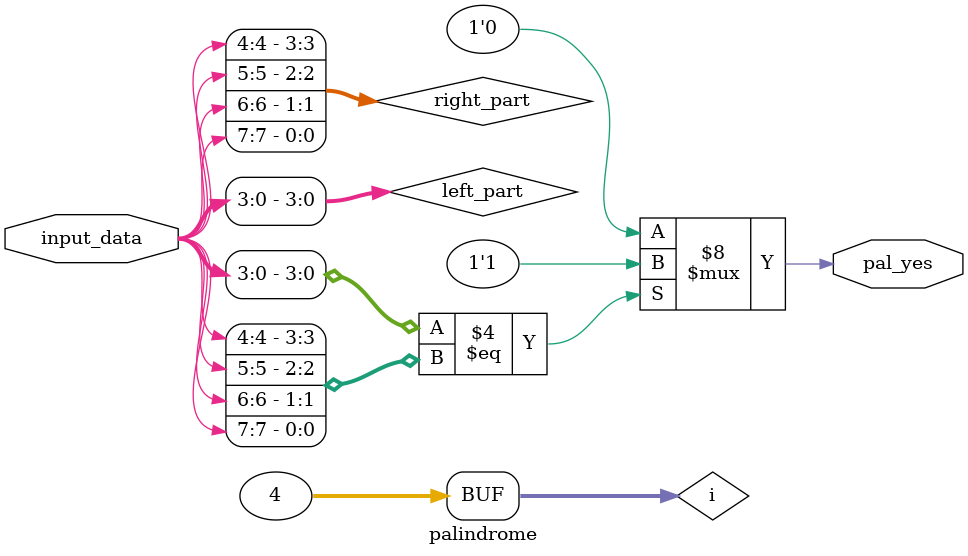
<source format=v>
module palindrome(input_data,pal_yes);
input [7:0]input_data;
output reg pal_yes;
reg [3:0]left_part;
reg [3:0]right_part;

integer i;

always@(*)
begin
    for(i=0;i<4;i=i+1)
    begin
    left_part[i]= input_data[i];
    right_part[i]= input_data[7-i];
    end
end

always@(*)
begin
if(left_part==right_part) 
    pal_yes=1'b1;
    else
    pal_yes=1'b0;
end   
  always@(*)begin
    if(pal_yes==1)begin
      $display("number is palindrome");
    end
    else begin
      $display("not palindrome");
    end
  end
endmodule


</source>
